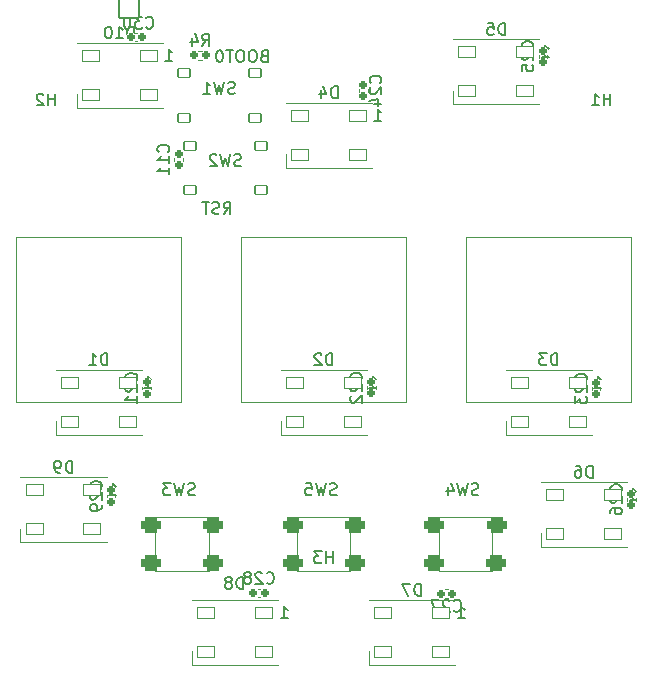
<source format=gbr>
%TF.GenerationSoftware,KiCad,Pcbnew,(7.0.0-0)*%
%TF.CreationDate,2023-04-23T13:28:51-05:00*%
%TF.ProjectId,STM32,53544d33-322e-46b6-9963-61645f706362,REV1*%
%TF.SameCoordinates,Original*%
%TF.FileFunction,Legend,Bot*%
%TF.FilePolarity,Positive*%
%FSLAX46Y46*%
G04 Gerber Fmt 4.6, Leading zero omitted, Abs format (unit mm)*
G04 Created by KiCad (PCBNEW (7.0.0-0)) date 2023-04-23 13:28:51*
%MOMM*%
%LPD*%
G01*
G04 APERTURE LIST*
G04 Aperture macros list*
%AMRoundRect*
0 Rectangle with rounded corners*
0 $1 Rounding radius*
0 $2 $3 $4 $5 $6 $7 $8 $9 X,Y pos of 4 corners*
0 Add a 4 corners polygon primitive as box body*
4,1,4,$2,$3,$4,$5,$6,$7,$8,$9,$2,$3,0*
0 Add four circle primitives for the rounded corners*
1,1,$1+$1,$2,$3*
1,1,$1+$1,$4,$5*
1,1,$1+$1,$6,$7*
1,1,$1+$1,$8,$9*
0 Add four rect primitives between the rounded corners*
20,1,$1+$1,$2,$3,$4,$5,0*
20,1,$1+$1,$4,$5,$6,$7,0*
20,1,$1+$1,$6,$7,$8,$9,0*
20,1,$1+$1,$8,$9,$2,$3,0*%
G04 Aperture macros list end*
%ADD10C,0.150000*%
%ADD11C,0.120000*%
%ADD12O,1.102000X1.902000*%
%ADD13O,1.102000X2.302000*%
%ADD14RoundRect,0.051000X0.850000X-0.850000X0.850000X0.850000X-0.850000X0.850000X-0.850000X-0.850000X0*%
%ADD15O,1.802000X1.802000*%
%ADD16RoundRect,0.351000X0.500000X0.300000X-0.500000X0.300000X-0.500000X-0.300000X0.500000X-0.300000X0*%
%ADD17RoundRect,0.051000X0.750000X0.450000X-0.750000X0.450000X-0.750000X-0.450000X0.750000X-0.450000X0*%
%ADD18RoundRect,0.191000X-0.170000X0.140000X-0.170000X-0.140000X0.170000X-0.140000X0.170000X0.140000X0*%
%ADD19C,4.402000*%
%ADD20RoundRect,0.191000X0.140000X0.170000X-0.140000X0.170000X-0.140000X-0.170000X0.140000X-0.170000X0*%
%ADD21RoundRect,0.051000X0.500000X0.375000X-0.500000X0.375000X-0.500000X-0.375000X0.500000X-0.375000X0*%
%ADD22C,1.802000*%
%ADD23C,6.502000*%
%ADD24RoundRect,0.186000X0.135000X0.185000X-0.135000X0.185000X-0.135000X-0.185000X0.135000X-0.185000X0*%
%ADD25RoundRect,0.191000X0.170000X-0.140000X0.170000X0.140000X-0.170000X0.140000X-0.170000X-0.140000X0*%
%ADD26RoundRect,0.191000X-0.140000X-0.170000X0.140000X-0.170000X0.140000X0.170000X-0.140000X0.170000X0*%
G04 APERTURE END LIST*
D10*
%TO.C,SW4*%
X13083332Y-14819761D02*
X12940475Y-14867380D01*
X12940475Y-14867380D02*
X12702380Y-14867380D01*
X12702380Y-14867380D02*
X12607142Y-14819761D01*
X12607142Y-14819761D02*
X12559523Y-14772142D01*
X12559523Y-14772142D02*
X12511904Y-14676904D01*
X12511904Y-14676904D02*
X12511904Y-14581666D01*
X12511904Y-14581666D02*
X12559523Y-14486428D01*
X12559523Y-14486428D02*
X12607142Y-14438809D01*
X12607142Y-14438809D02*
X12702380Y-14391190D01*
X12702380Y-14391190D02*
X12892856Y-14343571D01*
X12892856Y-14343571D02*
X12988094Y-14295952D01*
X12988094Y-14295952D02*
X13035713Y-14248333D01*
X13035713Y-14248333D02*
X13083332Y-14153095D01*
X13083332Y-14153095D02*
X13083332Y-14057857D01*
X13083332Y-14057857D02*
X13035713Y-13962619D01*
X13035713Y-13962619D02*
X12988094Y-13915000D01*
X12988094Y-13915000D02*
X12892856Y-13867380D01*
X12892856Y-13867380D02*
X12654761Y-13867380D01*
X12654761Y-13867380D02*
X12511904Y-13915000D01*
X12178570Y-13867380D02*
X11940475Y-14867380D01*
X11940475Y-14867380D02*
X11749999Y-14153095D01*
X11749999Y-14153095D02*
X11559523Y-14867380D01*
X11559523Y-14867380D02*
X11321428Y-13867380D01*
X10511904Y-14200714D02*
X10511904Y-14867380D01*
X10749999Y-13819761D02*
X10988094Y-14534047D01*
X10988094Y-14534047D02*
X10369047Y-14534047D01*
%TO.C,D10*%
X-16055715Y23802620D02*
X-16055715Y24802620D01*
X-16055715Y24802620D02*
X-16293810Y24802620D01*
X-16293810Y24802620D02*
X-16436667Y24755000D01*
X-16436667Y24755000D02*
X-16531905Y24659762D01*
X-16531905Y24659762D02*
X-16579524Y24564524D01*
X-16579524Y24564524D02*
X-16627143Y24374048D01*
X-16627143Y24374048D02*
X-16627143Y24231191D01*
X-16627143Y24231191D02*
X-16579524Y24040715D01*
X-16579524Y24040715D02*
X-16531905Y23945477D01*
X-16531905Y23945477D02*
X-16436667Y23850239D01*
X-16436667Y23850239D02*
X-16293810Y23802620D01*
X-16293810Y23802620D02*
X-16055715Y23802620D01*
X-17579524Y23802620D02*
X-17008096Y23802620D01*
X-17293810Y23802620D02*
X-17293810Y24802620D01*
X-17293810Y24802620D02*
X-17198572Y24659762D01*
X-17198572Y24659762D02*
X-17103334Y24564524D01*
X-17103334Y24564524D02*
X-17008096Y24516905D01*
X-18198572Y24802620D02*
X-18293810Y24802620D01*
X-18293810Y24802620D02*
X-18389048Y24755000D01*
X-18389048Y24755000D02*
X-18436667Y24707381D01*
X-18436667Y24707381D02*
X-18484286Y24612143D01*
X-18484286Y24612143D02*
X-18531905Y24421667D01*
X-18531905Y24421667D02*
X-18531905Y24183572D01*
X-18531905Y24183572D02*
X-18484286Y23993096D01*
X-18484286Y23993096D02*
X-18436667Y23897858D01*
X-18436667Y23897858D02*
X-18389048Y23850239D01*
X-18389048Y23850239D02*
X-18293810Y23802620D01*
X-18293810Y23802620D02*
X-18198572Y23802620D01*
X-18198572Y23802620D02*
X-18103334Y23850239D01*
X-18103334Y23850239D02*
X-18055715Y23897858D01*
X-18055715Y23897858D02*
X-18008096Y23993096D01*
X-18008096Y23993096D02*
X-17960477Y24183572D01*
X-17960477Y24183572D02*
X-17960477Y24421667D01*
X-17960477Y24421667D02*
X-18008096Y24612143D01*
X-18008096Y24612143D02*
X-18055715Y24707381D01*
X-18055715Y24707381D02*
X-18103334Y24755000D01*
X-18103334Y24755000D02*
X-18198572Y24802620D01*
X-13405715Y21902620D02*
X-12834287Y21902620D01*
X-13120001Y21902620D02*
X-13120001Y22902620D01*
X-13120001Y22902620D02*
X-13024763Y22759762D01*
X-13024763Y22759762D02*
X-12929525Y22664524D01*
X-12929525Y22664524D02*
X-12834287Y22616905D01*
%TO.C,C29*%
X-18887858Y-14307142D02*
X-18840239Y-14259523D01*
X-18840239Y-14259523D02*
X-18792620Y-14116666D01*
X-18792620Y-14116666D02*
X-18792620Y-14021428D01*
X-18792620Y-14021428D02*
X-18840239Y-13878571D01*
X-18840239Y-13878571D02*
X-18935477Y-13783333D01*
X-18935477Y-13783333D02*
X-19030715Y-13735714D01*
X-19030715Y-13735714D02*
X-19221191Y-13688095D01*
X-19221191Y-13688095D02*
X-19364048Y-13688095D01*
X-19364048Y-13688095D02*
X-19554524Y-13735714D01*
X-19554524Y-13735714D02*
X-19649762Y-13783333D01*
X-19649762Y-13783333D02*
X-19745000Y-13878571D01*
X-19745000Y-13878571D02*
X-19792620Y-14021428D01*
X-19792620Y-14021428D02*
X-19792620Y-14116666D01*
X-19792620Y-14116666D02*
X-19745000Y-14259523D01*
X-19745000Y-14259523D02*
X-19697381Y-14307142D01*
X-19697381Y-14688095D02*
X-19745000Y-14735714D01*
X-19745000Y-14735714D02*
X-19792620Y-14830952D01*
X-19792620Y-14830952D02*
X-19792620Y-15069047D01*
X-19792620Y-15069047D02*
X-19745000Y-15164285D01*
X-19745000Y-15164285D02*
X-19697381Y-15211904D01*
X-19697381Y-15211904D02*
X-19602143Y-15259523D01*
X-19602143Y-15259523D02*
X-19506905Y-15259523D01*
X-19506905Y-15259523D02*
X-19364048Y-15211904D01*
X-19364048Y-15211904D02*
X-18792620Y-14640476D01*
X-18792620Y-14640476D02*
X-18792620Y-15259523D01*
X-18792620Y-15735714D02*
X-18792620Y-15926190D01*
X-18792620Y-15926190D02*
X-18840239Y-16021428D01*
X-18840239Y-16021428D02*
X-18887858Y-16069047D01*
X-18887858Y-16069047D02*
X-19030715Y-16164285D01*
X-19030715Y-16164285D02*
X-19221191Y-16211904D01*
X-19221191Y-16211904D02*
X-19602143Y-16211904D01*
X-19602143Y-16211904D02*
X-19697381Y-16164285D01*
X-19697381Y-16164285D02*
X-19745000Y-16116666D01*
X-19745000Y-16116666D02*
X-19792620Y-16021428D01*
X-19792620Y-16021428D02*
X-19792620Y-15830952D01*
X-19792620Y-15830952D02*
X-19745000Y-15735714D01*
X-19745000Y-15735714D02*
X-19697381Y-15688095D01*
X-19697381Y-15688095D02*
X-19602143Y-15640476D01*
X-19602143Y-15640476D02*
X-19364048Y-15640476D01*
X-19364048Y-15640476D02*
X-19268810Y-15688095D01*
X-19268810Y-15688095D02*
X-19221191Y-15735714D01*
X-19221191Y-15735714D02*
X-19173572Y-15830952D01*
X-19173572Y-15830952D02*
X-19173572Y-16021428D01*
X-19173572Y-16021428D02*
X-19221191Y-16116666D01*
X-19221191Y-16116666D02*
X-19268810Y-16164285D01*
X-19268810Y-16164285D02*
X-19364048Y-16211904D01*
%TO.C,H3*%
X761904Y-20617380D02*
X761904Y-19617380D01*
X761904Y-20093571D02*
X190476Y-20093571D01*
X190476Y-20617380D02*
X190476Y-19617380D01*
X-190477Y-19617380D02*
X-809524Y-19617380D01*
X-809524Y-19617380D02*
X-476191Y-19998333D01*
X-476191Y-19998333D02*
X-619048Y-19998333D01*
X-619048Y-19998333D02*
X-714286Y-20045952D01*
X-714286Y-20045952D02*
X-761905Y-20093571D01*
X-761905Y-20093571D02*
X-809524Y-20188809D01*
X-809524Y-20188809D02*
X-809524Y-20426904D01*
X-809524Y-20426904D02*
X-761905Y-20522142D01*
X-761905Y-20522142D02*
X-714286Y-20569761D01*
X-714286Y-20569761D02*
X-619048Y-20617380D01*
X-619048Y-20617380D02*
X-333334Y-20617380D01*
X-333334Y-20617380D02*
X-238096Y-20569761D01*
X-238096Y-20569761D02*
X-190477Y-20522142D01*
%TO.C,C30*%
X-15037143Y24737858D02*
X-14989524Y24690239D01*
X-14989524Y24690239D02*
X-14846667Y24642620D01*
X-14846667Y24642620D02*
X-14751429Y24642620D01*
X-14751429Y24642620D02*
X-14608572Y24690239D01*
X-14608572Y24690239D02*
X-14513334Y24785477D01*
X-14513334Y24785477D02*
X-14465715Y24880715D01*
X-14465715Y24880715D02*
X-14418096Y25071191D01*
X-14418096Y25071191D02*
X-14418096Y25214048D01*
X-14418096Y25214048D02*
X-14465715Y25404524D01*
X-14465715Y25404524D02*
X-14513334Y25499762D01*
X-14513334Y25499762D02*
X-14608572Y25595000D01*
X-14608572Y25595000D02*
X-14751429Y25642620D01*
X-14751429Y25642620D02*
X-14846667Y25642620D01*
X-14846667Y25642620D02*
X-14989524Y25595000D01*
X-14989524Y25595000D02*
X-15037143Y25547381D01*
X-15370477Y25642620D02*
X-15989524Y25642620D01*
X-15989524Y25642620D02*
X-15656191Y25261667D01*
X-15656191Y25261667D02*
X-15799048Y25261667D01*
X-15799048Y25261667D02*
X-15894286Y25214048D01*
X-15894286Y25214048D02*
X-15941905Y25166429D01*
X-15941905Y25166429D02*
X-15989524Y25071191D01*
X-15989524Y25071191D02*
X-15989524Y24833096D01*
X-15989524Y24833096D02*
X-15941905Y24737858D01*
X-15941905Y24737858D02*
X-15894286Y24690239D01*
X-15894286Y24690239D02*
X-15799048Y24642620D01*
X-15799048Y24642620D02*
X-15513334Y24642620D01*
X-15513334Y24642620D02*
X-15418096Y24690239D01*
X-15418096Y24690239D02*
X-15370477Y24737858D01*
X-16608572Y25642620D02*
X-16703810Y25642620D01*
X-16703810Y25642620D02*
X-16799048Y25595000D01*
X-16799048Y25595000D02*
X-16846667Y25547381D01*
X-16846667Y25547381D02*
X-16894286Y25452143D01*
X-16894286Y25452143D02*
X-16941905Y25261667D01*
X-16941905Y25261667D02*
X-16941905Y25023572D01*
X-16941905Y25023572D02*
X-16894286Y24833096D01*
X-16894286Y24833096D02*
X-16846667Y24737858D01*
X-16846667Y24737858D02*
X-16799048Y24690239D01*
X-16799048Y24690239D02*
X-16703810Y24642620D01*
X-16703810Y24642620D02*
X-16608572Y24642620D01*
X-16608572Y24642620D02*
X-16513334Y24690239D01*
X-16513334Y24690239D02*
X-16465715Y24737858D01*
X-16465715Y24737858D02*
X-16418096Y24833096D01*
X-16418096Y24833096D02*
X-16370477Y25023572D01*
X-16370477Y25023572D02*
X-16370477Y25261667D01*
X-16370477Y25261667D02*
X-16418096Y25452143D01*
X-16418096Y25452143D02*
X-16465715Y25547381D01*
X-16465715Y25547381D02*
X-16513334Y25595000D01*
X-16513334Y25595000D02*
X-16608572Y25642620D01*
%TO.C,SW3*%
X-10916668Y-14819761D02*
X-11059525Y-14867380D01*
X-11059525Y-14867380D02*
X-11297620Y-14867380D01*
X-11297620Y-14867380D02*
X-11392858Y-14819761D01*
X-11392858Y-14819761D02*
X-11440477Y-14772142D01*
X-11440477Y-14772142D02*
X-11488096Y-14676904D01*
X-11488096Y-14676904D02*
X-11488096Y-14581666D01*
X-11488096Y-14581666D02*
X-11440477Y-14486428D01*
X-11440477Y-14486428D02*
X-11392858Y-14438809D01*
X-11392858Y-14438809D02*
X-11297620Y-14391190D01*
X-11297620Y-14391190D02*
X-11107144Y-14343571D01*
X-11107144Y-14343571D02*
X-11011906Y-14295952D01*
X-11011906Y-14295952D02*
X-10964287Y-14248333D01*
X-10964287Y-14248333D02*
X-10916668Y-14153095D01*
X-10916668Y-14153095D02*
X-10916668Y-14057857D01*
X-10916668Y-14057857D02*
X-10964287Y-13962619D01*
X-10964287Y-13962619D02*
X-11011906Y-13915000D01*
X-11011906Y-13915000D02*
X-11107144Y-13867380D01*
X-11107144Y-13867380D02*
X-11345239Y-13867380D01*
X-11345239Y-13867380D02*
X-11488096Y-13915000D01*
X-11821430Y-13867380D02*
X-12059525Y-14867380D01*
X-12059525Y-14867380D02*
X-12250001Y-14153095D01*
X-12250001Y-14153095D02*
X-12440477Y-14867380D01*
X-12440477Y-14867380D02*
X-12678572Y-13867380D01*
X-12964287Y-13867380D02*
X-13583334Y-13867380D01*
X-13583334Y-13867380D02*
X-13250001Y-14248333D01*
X-13250001Y-14248333D02*
X-13392858Y-14248333D01*
X-13392858Y-14248333D02*
X-13488096Y-14295952D01*
X-13488096Y-14295952D02*
X-13535715Y-14343571D01*
X-13535715Y-14343571D02*
X-13583334Y-14438809D01*
X-13583334Y-14438809D02*
X-13583334Y-14676904D01*
X-13583334Y-14676904D02*
X-13535715Y-14772142D01*
X-13535715Y-14772142D02*
X-13488096Y-14819761D01*
X-13488096Y-14819761D02*
X-13392858Y-14867380D01*
X-13392858Y-14867380D02*
X-13107144Y-14867380D01*
X-13107144Y-14867380D02*
X-13011906Y-14819761D01*
X-13011906Y-14819761D02*
X-12964287Y-14772142D01*
%TO.C,SW2*%
X-7006668Y13040239D02*
X-7149525Y12992620D01*
X-7149525Y12992620D02*
X-7387620Y12992620D01*
X-7387620Y12992620D02*
X-7482858Y13040239D01*
X-7482858Y13040239D02*
X-7530477Y13087858D01*
X-7530477Y13087858D02*
X-7578096Y13183096D01*
X-7578096Y13183096D02*
X-7578096Y13278334D01*
X-7578096Y13278334D02*
X-7530477Y13373572D01*
X-7530477Y13373572D02*
X-7482858Y13421191D01*
X-7482858Y13421191D02*
X-7387620Y13468810D01*
X-7387620Y13468810D02*
X-7197144Y13516429D01*
X-7197144Y13516429D02*
X-7101906Y13564048D01*
X-7101906Y13564048D02*
X-7054287Y13611667D01*
X-7054287Y13611667D02*
X-7006668Y13706905D01*
X-7006668Y13706905D02*
X-7006668Y13802143D01*
X-7006668Y13802143D02*
X-7054287Y13897381D01*
X-7054287Y13897381D02*
X-7101906Y13945000D01*
X-7101906Y13945000D02*
X-7197144Y13992620D01*
X-7197144Y13992620D02*
X-7435239Y13992620D01*
X-7435239Y13992620D02*
X-7578096Y13945000D01*
X-7911430Y13992620D02*
X-8149525Y12992620D01*
X-8149525Y12992620D02*
X-8340001Y13706905D01*
X-8340001Y13706905D02*
X-8530477Y12992620D01*
X-8530477Y12992620D02*
X-8768572Y13992620D01*
X-9101906Y13897381D02*
X-9149525Y13945000D01*
X-9149525Y13945000D02*
X-9244763Y13992620D01*
X-9244763Y13992620D02*
X-9482858Y13992620D01*
X-9482858Y13992620D02*
X-9578096Y13945000D01*
X-9578096Y13945000D02*
X-9625715Y13897381D01*
X-9625715Y13897381D02*
X-9673334Y13802143D01*
X-9673334Y13802143D02*
X-9673334Y13706905D01*
X-9673334Y13706905D02*
X-9625715Y13564048D01*
X-9625715Y13564048D02*
X-9054287Y12992620D01*
X-9054287Y12992620D02*
X-9673334Y12992620D01*
X-8472381Y8932620D02*
X-8139048Y9408810D01*
X-7900953Y8932620D02*
X-7900953Y9932620D01*
X-7900953Y9932620D02*
X-8281905Y9932620D01*
X-8281905Y9932620D02*
X-8377143Y9885000D01*
X-8377143Y9885000D02*
X-8424762Y9837381D01*
X-8424762Y9837381D02*
X-8472381Y9742143D01*
X-8472381Y9742143D02*
X-8472381Y9599286D01*
X-8472381Y9599286D02*
X-8424762Y9504048D01*
X-8424762Y9504048D02*
X-8377143Y9456429D01*
X-8377143Y9456429D02*
X-8281905Y9408810D01*
X-8281905Y9408810D02*
X-7900953Y9408810D01*
X-8853334Y8980239D02*
X-8996191Y8932620D01*
X-8996191Y8932620D02*
X-9234286Y8932620D01*
X-9234286Y8932620D02*
X-9329524Y8980239D01*
X-9329524Y8980239D02*
X-9377143Y9027858D01*
X-9377143Y9027858D02*
X-9424762Y9123096D01*
X-9424762Y9123096D02*
X-9424762Y9218334D01*
X-9424762Y9218334D02*
X-9377143Y9313572D01*
X-9377143Y9313572D02*
X-9329524Y9361191D01*
X-9329524Y9361191D02*
X-9234286Y9408810D01*
X-9234286Y9408810D02*
X-9043810Y9456429D01*
X-9043810Y9456429D02*
X-8948572Y9504048D01*
X-8948572Y9504048D02*
X-8900953Y9551667D01*
X-8900953Y9551667D02*
X-8853334Y9646905D01*
X-8853334Y9646905D02*
X-8853334Y9742143D01*
X-8853334Y9742143D02*
X-8900953Y9837381D01*
X-8900953Y9837381D02*
X-8948572Y9885000D01*
X-8948572Y9885000D02*
X-9043810Y9932620D01*
X-9043810Y9932620D02*
X-9281905Y9932620D01*
X-9281905Y9932620D02*
X-9424762Y9885000D01*
X-9710477Y9932620D02*
X-10281905Y9932620D01*
X-9996191Y8932620D02*
X-9996191Y9932620D01*
%TO.C,C23*%
X22182142Y-5187142D02*
X22229761Y-5139523D01*
X22229761Y-5139523D02*
X22277380Y-4996666D01*
X22277380Y-4996666D02*
X22277380Y-4901428D01*
X22277380Y-4901428D02*
X22229761Y-4758571D01*
X22229761Y-4758571D02*
X22134523Y-4663333D01*
X22134523Y-4663333D02*
X22039285Y-4615714D01*
X22039285Y-4615714D02*
X21848809Y-4568095D01*
X21848809Y-4568095D02*
X21705952Y-4568095D01*
X21705952Y-4568095D02*
X21515476Y-4615714D01*
X21515476Y-4615714D02*
X21420238Y-4663333D01*
X21420238Y-4663333D02*
X21325000Y-4758571D01*
X21325000Y-4758571D02*
X21277380Y-4901428D01*
X21277380Y-4901428D02*
X21277380Y-4996666D01*
X21277380Y-4996666D02*
X21325000Y-5139523D01*
X21325000Y-5139523D02*
X21372619Y-5187142D01*
X21372619Y-5568095D02*
X21325000Y-5615714D01*
X21325000Y-5615714D02*
X21277380Y-5710952D01*
X21277380Y-5710952D02*
X21277380Y-5949047D01*
X21277380Y-5949047D02*
X21325000Y-6044285D01*
X21325000Y-6044285D02*
X21372619Y-6091904D01*
X21372619Y-6091904D02*
X21467857Y-6139523D01*
X21467857Y-6139523D02*
X21563095Y-6139523D01*
X21563095Y-6139523D02*
X21705952Y-6091904D01*
X21705952Y-6091904D02*
X22277380Y-5520476D01*
X22277380Y-5520476D02*
X22277380Y-6139523D01*
X21277380Y-6472857D02*
X21277380Y-7091904D01*
X21277380Y-7091904D02*
X21658333Y-6758571D01*
X21658333Y-6758571D02*
X21658333Y-6901428D01*
X21658333Y-6901428D02*
X21705952Y-6996666D01*
X21705952Y-6996666D02*
X21753571Y-7044285D01*
X21753571Y-7044285D02*
X21848809Y-7091904D01*
X21848809Y-7091904D02*
X22086904Y-7091904D01*
X22086904Y-7091904D02*
X22182142Y-7044285D01*
X22182142Y-7044285D02*
X22229761Y-6996666D01*
X22229761Y-6996666D02*
X22277380Y-6901428D01*
X22277380Y-6901428D02*
X22277380Y-6615714D01*
X22277380Y-6615714D02*
X22229761Y-6520476D01*
X22229761Y-6520476D02*
X22182142Y-6472857D01*
%TO.C,D1*%
X-18311906Y-3867380D02*
X-18311906Y-2867380D01*
X-18311906Y-2867380D02*
X-18550001Y-2867380D01*
X-18550001Y-2867380D02*
X-18692858Y-2915000D01*
X-18692858Y-2915000D02*
X-18788096Y-3010238D01*
X-18788096Y-3010238D02*
X-18835715Y-3105476D01*
X-18835715Y-3105476D02*
X-18883334Y-3295952D01*
X-18883334Y-3295952D02*
X-18883334Y-3438809D01*
X-18883334Y-3438809D02*
X-18835715Y-3629285D01*
X-18835715Y-3629285D02*
X-18788096Y-3724523D01*
X-18788096Y-3724523D02*
X-18692858Y-3819761D01*
X-18692858Y-3819761D02*
X-18550001Y-3867380D01*
X-18550001Y-3867380D02*
X-18311906Y-3867380D01*
X-19835715Y-3867380D02*
X-19264287Y-3867380D01*
X-19550001Y-3867380D02*
X-19550001Y-2867380D01*
X-19550001Y-2867380D02*
X-19454763Y-3010238D01*
X-19454763Y-3010238D02*
X-19359525Y-3105476D01*
X-19359525Y-3105476D02*
X-19264287Y-3153095D01*
X-15185715Y-5767380D02*
X-14614287Y-5767380D01*
X-14900001Y-5767380D02*
X-14900001Y-4767380D01*
X-14900001Y-4767380D02*
X-14804763Y-4910238D01*
X-14804763Y-4910238D02*
X-14709525Y-5005476D01*
X-14709525Y-5005476D02*
X-14614287Y-5053095D01*
%TO.C,C21*%
X-15887858Y-5157142D02*
X-15840239Y-5109523D01*
X-15840239Y-5109523D02*
X-15792620Y-4966666D01*
X-15792620Y-4966666D02*
X-15792620Y-4871428D01*
X-15792620Y-4871428D02*
X-15840239Y-4728571D01*
X-15840239Y-4728571D02*
X-15935477Y-4633333D01*
X-15935477Y-4633333D02*
X-16030715Y-4585714D01*
X-16030715Y-4585714D02*
X-16221191Y-4538095D01*
X-16221191Y-4538095D02*
X-16364048Y-4538095D01*
X-16364048Y-4538095D02*
X-16554524Y-4585714D01*
X-16554524Y-4585714D02*
X-16649762Y-4633333D01*
X-16649762Y-4633333D02*
X-16745000Y-4728571D01*
X-16745000Y-4728571D02*
X-16792620Y-4871428D01*
X-16792620Y-4871428D02*
X-16792620Y-4966666D01*
X-16792620Y-4966666D02*
X-16745000Y-5109523D01*
X-16745000Y-5109523D02*
X-16697381Y-5157142D01*
X-16697381Y-5538095D02*
X-16745000Y-5585714D01*
X-16745000Y-5585714D02*
X-16792620Y-5680952D01*
X-16792620Y-5680952D02*
X-16792620Y-5919047D01*
X-16792620Y-5919047D02*
X-16745000Y-6014285D01*
X-16745000Y-6014285D02*
X-16697381Y-6061904D01*
X-16697381Y-6061904D02*
X-16602143Y-6109523D01*
X-16602143Y-6109523D02*
X-16506905Y-6109523D01*
X-16506905Y-6109523D02*
X-16364048Y-6061904D01*
X-16364048Y-6061904D02*
X-15792620Y-5490476D01*
X-15792620Y-5490476D02*
X-15792620Y-6109523D01*
X-15792620Y-7061904D02*
X-15792620Y-6490476D01*
X-15792620Y-6776190D02*
X-16792620Y-6776190D01*
X-16792620Y-6776190D02*
X-16649762Y-6680952D01*
X-16649762Y-6680952D02*
X-16554524Y-6585714D01*
X-16554524Y-6585714D02*
X-16506905Y-6490476D01*
%TO.C,C25*%
X17657142Y22927858D02*
X17704761Y22975477D01*
X17704761Y22975477D02*
X17752380Y23118334D01*
X17752380Y23118334D02*
X17752380Y23213572D01*
X17752380Y23213572D02*
X17704761Y23356429D01*
X17704761Y23356429D02*
X17609523Y23451667D01*
X17609523Y23451667D02*
X17514285Y23499286D01*
X17514285Y23499286D02*
X17323809Y23546905D01*
X17323809Y23546905D02*
X17180952Y23546905D01*
X17180952Y23546905D02*
X16990476Y23499286D01*
X16990476Y23499286D02*
X16895238Y23451667D01*
X16895238Y23451667D02*
X16800000Y23356429D01*
X16800000Y23356429D02*
X16752380Y23213572D01*
X16752380Y23213572D02*
X16752380Y23118334D01*
X16752380Y23118334D02*
X16800000Y22975477D01*
X16800000Y22975477D02*
X16847619Y22927858D01*
X16847619Y22546905D02*
X16800000Y22499286D01*
X16800000Y22499286D02*
X16752380Y22404048D01*
X16752380Y22404048D02*
X16752380Y22165953D01*
X16752380Y22165953D02*
X16800000Y22070715D01*
X16800000Y22070715D02*
X16847619Y22023096D01*
X16847619Y22023096D02*
X16942857Y21975477D01*
X16942857Y21975477D02*
X17038095Y21975477D01*
X17038095Y21975477D02*
X17180952Y22023096D01*
X17180952Y22023096D02*
X17752380Y22594524D01*
X17752380Y22594524D02*
X17752380Y21975477D01*
X16752380Y21070715D02*
X16752380Y21546905D01*
X16752380Y21546905D02*
X17228571Y21594524D01*
X17228571Y21594524D02*
X17180952Y21546905D01*
X17180952Y21546905D02*
X17133333Y21451667D01*
X17133333Y21451667D02*
X17133333Y21213572D01*
X17133333Y21213572D02*
X17180952Y21118334D01*
X17180952Y21118334D02*
X17228571Y21070715D01*
X17228571Y21070715D02*
X17323809Y21023096D01*
X17323809Y21023096D02*
X17561904Y21023096D01*
X17561904Y21023096D02*
X17657142Y21070715D01*
X17657142Y21070715D02*
X17704761Y21118334D01*
X17704761Y21118334D02*
X17752380Y21213572D01*
X17752380Y21213572D02*
X17752380Y21451667D01*
X17752380Y21451667D02*
X17704761Y21546905D01*
X17704761Y21546905D02*
X17657142Y21594524D01*
%TO.C,SW1*%
X-7516668Y19160239D02*
X-7659525Y19112620D01*
X-7659525Y19112620D02*
X-7897620Y19112620D01*
X-7897620Y19112620D02*
X-7992858Y19160239D01*
X-7992858Y19160239D02*
X-8040477Y19207858D01*
X-8040477Y19207858D02*
X-8088096Y19303096D01*
X-8088096Y19303096D02*
X-8088096Y19398334D01*
X-8088096Y19398334D02*
X-8040477Y19493572D01*
X-8040477Y19493572D02*
X-7992858Y19541191D01*
X-7992858Y19541191D02*
X-7897620Y19588810D01*
X-7897620Y19588810D02*
X-7707144Y19636429D01*
X-7707144Y19636429D02*
X-7611906Y19684048D01*
X-7611906Y19684048D02*
X-7564287Y19731667D01*
X-7564287Y19731667D02*
X-7516668Y19826905D01*
X-7516668Y19826905D02*
X-7516668Y19922143D01*
X-7516668Y19922143D02*
X-7564287Y20017381D01*
X-7564287Y20017381D02*
X-7611906Y20065000D01*
X-7611906Y20065000D02*
X-7707144Y20112620D01*
X-7707144Y20112620D02*
X-7945239Y20112620D01*
X-7945239Y20112620D02*
X-8088096Y20065000D01*
X-8421430Y20112620D02*
X-8659525Y19112620D01*
X-8659525Y19112620D02*
X-8850001Y19826905D01*
X-8850001Y19826905D02*
X-9040477Y19112620D01*
X-9040477Y19112620D02*
X-9278572Y20112620D01*
X-10183334Y19112620D02*
X-9611906Y19112620D01*
X-9897620Y19112620D02*
X-9897620Y20112620D01*
X-9897620Y20112620D02*
X-9802382Y19969762D01*
X-9802382Y19969762D02*
X-9707144Y19874524D01*
X-9707144Y19874524D02*
X-9611906Y19826905D01*
X-5066667Y22326429D02*
X-5209524Y22278810D01*
X-5209524Y22278810D02*
X-5257143Y22231191D01*
X-5257143Y22231191D02*
X-5304762Y22135953D01*
X-5304762Y22135953D02*
X-5304762Y21993096D01*
X-5304762Y21993096D02*
X-5257143Y21897858D01*
X-5257143Y21897858D02*
X-5209524Y21850239D01*
X-5209524Y21850239D02*
X-5114286Y21802620D01*
X-5114286Y21802620D02*
X-4733334Y21802620D01*
X-4733334Y21802620D02*
X-4733334Y22802620D01*
X-4733334Y22802620D02*
X-5066667Y22802620D01*
X-5066667Y22802620D02*
X-5161905Y22755000D01*
X-5161905Y22755000D02*
X-5209524Y22707381D01*
X-5209524Y22707381D02*
X-5257143Y22612143D01*
X-5257143Y22612143D02*
X-5257143Y22516905D01*
X-5257143Y22516905D02*
X-5209524Y22421667D01*
X-5209524Y22421667D02*
X-5161905Y22374048D01*
X-5161905Y22374048D02*
X-5066667Y22326429D01*
X-5066667Y22326429D02*
X-4733334Y22326429D01*
X-5923810Y22802620D02*
X-6114286Y22802620D01*
X-6114286Y22802620D02*
X-6209524Y22755000D01*
X-6209524Y22755000D02*
X-6304762Y22659762D01*
X-6304762Y22659762D02*
X-6352381Y22469286D01*
X-6352381Y22469286D02*
X-6352381Y22135953D01*
X-6352381Y22135953D02*
X-6304762Y21945477D01*
X-6304762Y21945477D02*
X-6209524Y21850239D01*
X-6209524Y21850239D02*
X-6114286Y21802620D01*
X-6114286Y21802620D02*
X-5923810Y21802620D01*
X-5923810Y21802620D02*
X-5828572Y21850239D01*
X-5828572Y21850239D02*
X-5733334Y21945477D01*
X-5733334Y21945477D02*
X-5685715Y22135953D01*
X-5685715Y22135953D02*
X-5685715Y22469286D01*
X-5685715Y22469286D02*
X-5733334Y22659762D01*
X-5733334Y22659762D02*
X-5828572Y22755000D01*
X-5828572Y22755000D02*
X-5923810Y22802620D01*
X-6971429Y22802620D02*
X-7161905Y22802620D01*
X-7161905Y22802620D02*
X-7257143Y22755000D01*
X-7257143Y22755000D02*
X-7352381Y22659762D01*
X-7352381Y22659762D02*
X-7400000Y22469286D01*
X-7400000Y22469286D02*
X-7400000Y22135953D01*
X-7400000Y22135953D02*
X-7352381Y21945477D01*
X-7352381Y21945477D02*
X-7257143Y21850239D01*
X-7257143Y21850239D02*
X-7161905Y21802620D01*
X-7161905Y21802620D02*
X-6971429Y21802620D01*
X-6971429Y21802620D02*
X-6876191Y21850239D01*
X-6876191Y21850239D02*
X-6780953Y21945477D01*
X-6780953Y21945477D02*
X-6733334Y22135953D01*
X-6733334Y22135953D02*
X-6733334Y22469286D01*
X-6733334Y22469286D02*
X-6780953Y22659762D01*
X-6780953Y22659762D02*
X-6876191Y22755000D01*
X-6876191Y22755000D02*
X-6971429Y22802620D01*
X-7685715Y22802620D02*
X-8257143Y22802620D01*
X-7971429Y21802620D02*
X-7971429Y22802620D01*
X-8780953Y22802620D02*
X-8876191Y22802620D01*
X-8876191Y22802620D02*
X-8971429Y22755000D01*
X-8971429Y22755000D02*
X-9019048Y22707381D01*
X-9019048Y22707381D02*
X-9066667Y22612143D01*
X-9066667Y22612143D02*
X-9114286Y22421667D01*
X-9114286Y22421667D02*
X-9114286Y22183572D01*
X-9114286Y22183572D02*
X-9066667Y21993096D01*
X-9066667Y21993096D02*
X-9019048Y21897858D01*
X-9019048Y21897858D02*
X-8971429Y21850239D01*
X-8971429Y21850239D02*
X-8876191Y21802620D01*
X-8876191Y21802620D02*
X-8780953Y21802620D01*
X-8780953Y21802620D02*
X-8685715Y21850239D01*
X-8685715Y21850239D02*
X-8638096Y21897858D01*
X-8638096Y21897858D02*
X-8590477Y21993096D01*
X-8590477Y21993096D02*
X-8542858Y22183572D01*
X-8542858Y22183572D02*
X-8542858Y22421667D01*
X-8542858Y22421667D02*
X-8590477Y22612143D01*
X-8590477Y22612143D02*
X-8638096Y22707381D01*
X-8638096Y22707381D02*
X-8685715Y22755000D01*
X-8685715Y22755000D02*
X-8780953Y22802620D01*
%TO.C,H2*%
X-22738096Y18132620D02*
X-22738096Y19132620D01*
X-22738096Y18656429D02*
X-23309524Y18656429D01*
X-23309524Y18132620D02*
X-23309524Y19132620D01*
X-23738096Y19037381D02*
X-23785715Y19085000D01*
X-23785715Y19085000D02*
X-23880953Y19132620D01*
X-23880953Y19132620D02*
X-24119048Y19132620D01*
X-24119048Y19132620D02*
X-24214286Y19085000D01*
X-24214286Y19085000D02*
X-24261905Y19037381D01*
X-24261905Y19037381D02*
X-24309524Y18942143D01*
X-24309524Y18942143D02*
X-24309524Y18846905D01*
X-24309524Y18846905D02*
X-24261905Y18704048D01*
X-24261905Y18704048D02*
X-23690477Y18132620D01*
X-23690477Y18132620D02*
X-24309524Y18132620D01*
%TO.C,C22*%
X3142142Y-5127142D02*
X3189761Y-5079523D01*
X3189761Y-5079523D02*
X3237380Y-4936666D01*
X3237380Y-4936666D02*
X3237380Y-4841428D01*
X3237380Y-4841428D02*
X3189761Y-4698571D01*
X3189761Y-4698571D02*
X3094523Y-4603333D01*
X3094523Y-4603333D02*
X2999285Y-4555714D01*
X2999285Y-4555714D02*
X2808809Y-4508095D01*
X2808809Y-4508095D02*
X2665952Y-4508095D01*
X2665952Y-4508095D02*
X2475476Y-4555714D01*
X2475476Y-4555714D02*
X2380238Y-4603333D01*
X2380238Y-4603333D02*
X2285000Y-4698571D01*
X2285000Y-4698571D02*
X2237380Y-4841428D01*
X2237380Y-4841428D02*
X2237380Y-4936666D01*
X2237380Y-4936666D02*
X2285000Y-5079523D01*
X2285000Y-5079523D02*
X2332619Y-5127142D01*
X2332619Y-5508095D02*
X2285000Y-5555714D01*
X2285000Y-5555714D02*
X2237380Y-5650952D01*
X2237380Y-5650952D02*
X2237380Y-5889047D01*
X2237380Y-5889047D02*
X2285000Y-5984285D01*
X2285000Y-5984285D02*
X2332619Y-6031904D01*
X2332619Y-6031904D02*
X2427857Y-6079523D01*
X2427857Y-6079523D02*
X2523095Y-6079523D01*
X2523095Y-6079523D02*
X2665952Y-6031904D01*
X2665952Y-6031904D02*
X3237380Y-5460476D01*
X3237380Y-5460476D02*
X3237380Y-6079523D01*
X2332619Y-6460476D02*
X2285000Y-6508095D01*
X2285000Y-6508095D02*
X2237380Y-6603333D01*
X2237380Y-6603333D02*
X2237380Y-6841428D01*
X2237380Y-6841428D02*
X2285000Y-6936666D01*
X2285000Y-6936666D02*
X2332619Y-6984285D01*
X2332619Y-6984285D02*
X2427857Y-7031904D01*
X2427857Y-7031904D02*
X2523095Y-7031904D01*
X2523095Y-7031904D02*
X2665952Y-6984285D01*
X2665952Y-6984285D02*
X3237380Y-6412857D01*
X3237380Y-6412857D02*
X3237380Y-7031904D01*
%TO.C,C28*%
X-4847143Y-22282142D02*
X-4799524Y-22329761D01*
X-4799524Y-22329761D02*
X-4656667Y-22377380D01*
X-4656667Y-22377380D02*
X-4561429Y-22377380D01*
X-4561429Y-22377380D02*
X-4418572Y-22329761D01*
X-4418572Y-22329761D02*
X-4323334Y-22234523D01*
X-4323334Y-22234523D02*
X-4275715Y-22139285D01*
X-4275715Y-22139285D02*
X-4228096Y-21948809D01*
X-4228096Y-21948809D02*
X-4228096Y-21805952D01*
X-4228096Y-21805952D02*
X-4275715Y-21615476D01*
X-4275715Y-21615476D02*
X-4323334Y-21520238D01*
X-4323334Y-21520238D02*
X-4418572Y-21425000D01*
X-4418572Y-21425000D02*
X-4561429Y-21377380D01*
X-4561429Y-21377380D02*
X-4656667Y-21377380D01*
X-4656667Y-21377380D02*
X-4799524Y-21425000D01*
X-4799524Y-21425000D02*
X-4847143Y-21472619D01*
X-5228096Y-21472619D02*
X-5275715Y-21425000D01*
X-5275715Y-21425000D02*
X-5370953Y-21377380D01*
X-5370953Y-21377380D02*
X-5609048Y-21377380D01*
X-5609048Y-21377380D02*
X-5704286Y-21425000D01*
X-5704286Y-21425000D02*
X-5751905Y-21472619D01*
X-5751905Y-21472619D02*
X-5799524Y-21567857D01*
X-5799524Y-21567857D02*
X-5799524Y-21663095D01*
X-5799524Y-21663095D02*
X-5751905Y-21805952D01*
X-5751905Y-21805952D02*
X-5180477Y-22377380D01*
X-5180477Y-22377380D02*
X-5799524Y-22377380D01*
X-6370953Y-21805952D02*
X-6275715Y-21758333D01*
X-6275715Y-21758333D02*
X-6228096Y-21710714D01*
X-6228096Y-21710714D02*
X-6180477Y-21615476D01*
X-6180477Y-21615476D02*
X-6180477Y-21567857D01*
X-6180477Y-21567857D02*
X-6228096Y-21472619D01*
X-6228096Y-21472619D02*
X-6275715Y-21425000D01*
X-6275715Y-21425000D02*
X-6370953Y-21377380D01*
X-6370953Y-21377380D02*
X-6561429Y-21377380D01*
X-6561429Y-21377380D02*
X-6656667Y-21425000D01*
X-6656667Y-21425000D02*
X-6704286Y-21472619D01*
X-6704286Y-21472619D02*
X-6751905Y-21567857D01*
X-6751905Y-21567857D02*
X-6751905Y-21615476D01*
X-6751905Y-21615476D02*
X-6704286Y-21710714D01*
X-6704286Y-21710714D02*
X-6656667Y-21758333D01*
X-6656667Y-21758333D02*
X-6561429Y-21805952D01*
X-6561429Y-21805952D02*
X-6370953Y-21805952D01*
X-6370953Y-21805952D02*
X-6275715Y-21853571D01*
X-6275715Y-21853571D02*
X-6228096Y-21901190D01*
X-6228096Y-21901190D02*
X-6180477Y-21996428D01*
X-6180477Y-21996428D02*
X-6180477Y-22186904D01*
X-6180477Y-22186904D02*
X-6228096Y-22282142D01*
X-6228096Y-22282142D02*
X-6275715Y-22329761D01*
X-6275715Y-22329761D02*
X-6370953Y-22377380D01*
X-6370953Y-22377380D02*
X-6561429Y-22377380D01*
X-6561429Y-22377380D02*
X-6656667Y-22329761D01*
X-6656667Y-22329761D02*
X-6704286Y-22282142D01*
X-6704286Y-22282142D02*
X-6751905Y-22186904D01*
X-6751905Y-22186904D02*
X-6751905Y-21996428D01*
X-6751905Y-21996428D02*
X-6704286Y-21901190D01*
X-6704286Y-21901190D02*
X-6656667Y-21853571D01*
X-6656667Y-21853571D02*
X-6561429Y-21805952D01*
%TO.C,D3*%
X19788094Y-3867380D02*
X19788094Y-2867380D01*
X19788094Y-2867380D02*
X19549999Y-2867380D01*
X19549999Y-2867380D02*
X19407142Y-2915000D01*
X19407142Y-2915000D02*
X19311904Y-3010238D01*
X19311904Y-3010238D02*
X19264285Y-3105476D01*
X19264285Y-3105476D02*
X19216666Y-3295952D01*
X19216666Y-3295952D02*
X19216666Y-3438809D01*
X19216666Y-3438809D02*
X19264285Y-3629285D01*
X19264285Y-3629285D02*
X19311904Y-3724523D01*
X19311904Y-3724523D02*
X19407142Y-3819761D01*
X19407142Y-3819761D02*
X19549999Y-3867380D01*
X19549999Y-3867380D02*
X19788094Y-3867380D01*
X18883332Y-2867380D02*
X18264285Y-2867380D01*
X18264285Y-2867380D02*
X18597618Y-3248333D01*
X18597618Y-3248333D02*
X18454761Y-3248333D01*
X18454761Y-3248333D02*
X18359523Y-3295952D01*
X18359523Y-3295952D02*
X18311904Y-3343571D01*
X18311904Y-3343571D02*
X18264285Y-3438809D01*
X18264285Y-3438809D02*
X18264285Y-3676904D01*
X18264285Y-3676904D02*
X18311904Y-3772142D01*
X18311904Y-3772142D02*
X18359523Y-3819761D01*
X18359523Y-3819761D02*
X18454761Y-3867380D01*
X18454761Y-3867380D02*
X18740475Y-3867380D01*
X18740475Y-3867380D02*
X18835713Y-3819761D01*
X18835713Y-3819761D02*
X18883332Y-3772142D01*
X22914285Y-5767380D02*
X23485713Y-5767380D01*
X23199999Y-5767380D02*
X23199999Y-4767380D01*
X23199999Y-4767380D02*
X23295237Y-4910238D01*
X23295237Y-4910238D02*
X23390475Y-5005476D01*
X23390475Y-5005476D02*
X23485713Y-5053095D01*
%TO.C,R4*%
X-10308334Y23177620D02*
X-9975001Y23653810D01*
X-9736906Y23177620D02*
X-9736906Y24177620D01*
X-9736906Y24177620D02*
X-10117858Y24177620D01*
X-10117858Y24177620D02*
X-10213096Y24130000D01*
X-10213096Y24130000D02*
X-10260715Y24082381D01*
X-10260715Y24082381D02*
X-10308334Y23987143D01*
X-10308334Y23987143D02*
X-10308334Y23844286D01*
X-10308334Y23844286D02*
X-10260715Y23749048D01*
X-10260715Y23749048D02*
X-10213096Y23701429D01*
X-10213096Y23701429D02*
X-10117858Y23653810D01*
X-10117858Y23653810D02*
X-9736906Y23653810D01*
X-11165477Y23844286D02*
X-11165477Y23177620D01*
X-10927382Y24225239D02*
X-10689287Y23510953D01*
X-10689287Y23510953D02*
X-11308334Y23510953D01*
%TO.C,H1*%
X24261904Y18132620D02*
X24261904Y19132620D01*
X24261904Y18656429D02*
X23690476Y18656429D01*
X23690476Y18132620D02*
X23690476Y19132620D01*
X22690476Y18132620D02*
X23261904Y18132620D01*
X22976190Y18132620D02*
X22976190Y19132620D01*
X22976190Y19132620D02*
X23071428Y18989762D01*
X23071428Y18989762D02*
X23166666Y18894524D01*
X23166666Y18894524D02*
X23261904Y18846905D01*
%TO.C,D2*%
X738094Y-3867380D02*
X738094Y-2867380D01*
X738094Y-2867380D02*
X499999Y-2867380D01*
X499999Y-2867380D02*
X357142Y-2915000D01*
X357142Y-2915000D02*
X261904Y-3010238D01*
X261904Y-3010238D02*
X214285Y-3105476D01*
X214285Y-3105476D02*
X166666Y-3295952D01*
X166666Y-3295952D02*
X166666Y-3438809D01*
X166666Y-3438809D02*
X214285Y-3629285D01*
X214285Y-3629285D02*
X261904Y-3724523D01*
X261904Y-3724523D02*
X357142Y-3819761D01*
X357142Y-3819761D02*
X499999Y-3867380D01*
X499999Y-3867380D02*
X738094Y-3867380D01*
X-214287Y-2962619D02*
X-261906Y-2915000D01*
X-261906Y-2915000D02*
X-357144Y-2867380D01*
X-357144Y-2867380D02*
X-595239Y-2867380D01*
X-595239Y-2867380D02*
X-690477Y-2915000D01*
X-690477Y-2915000D02*
X-738096Y-2962619D01*
X-738096Y-2962619D02*
X-785715Y-3057857D01*
X-785715Y-3057857D02*
X-785715Y-3153095D01*
X-785715Y-3153095D02*
X-738096Y-3295952D01*
X-738096Y-3295952D02*
X-166668Y-3867380D01*
X-166668Y-3867380D02*
X-785715Y-3867380D01*
X3864285Y-5767380D02*
X4435713Y-5767380D01*
X4149999Y-5767380D02*
X4149999Y-4767380D01*
X4149999Y-4767380D02*
X4245237Y-4910238D01*
X4245237Y-4910238D02*
X4340475Y-5005476D01*
X4340475Y-5005476D02*
X4435713Y-5053095D01*
%TO.C,C26*%
X25157142Y-14582142D02*
X25204761Y-14534523D01*
X25204761Y-14534523D02*
X25252380Y-14391666D01*
X25252380Y-14391666D02*
X25252380Y-14296428D01*
X25252380Y-14296428D02*
X25204761Y-14153571D01*
X25204761Y-14153571D02*
X25109523Y-14058333D01*
X25109523Y-14058333D02*
X25014285Y-14010714D01*
X25014285Y-14010714D02*
X24823809Y-13963095D01*
X24823809Y-13963095D02*
X24680952Y-13963095D01*
X24680952Y-13963095D02*
X24490476Y-14010714D01*
X24490476Y-14010714D02*
X24395238Y-14058333D01*
X24395238Y-14058333D02*
X24300000Y-14153571D01*
X24300000Y-14153571D02*
X24252380Y-14296428D01*
X24252380Y-14296428D02*
X24252380Y-14391666D01*
X24252380Y-14391666D02*
X24300000Y-14534523D01*
X24300000Y-14534523D02*
X24347619Y-14582142D01*
X24347619Y-14963095D02*
X24300000Y-15010714D01*
X24300000Y-15010714D02*
X24252380Y-15105952D01*
X24252380Y-15105952D02*
X24252380Y-15344047D01*
X24252380Y-15344047D02*
X24300000Y-15439285D01*
X24300000Y-15439285D02*
X24347619Y-15486904D01*
X24347619Y-15486904D02*
X24442857Y-15534523D01*
X24442857Y-15534523D02*
X24538095Y-15534523D01*
X24538095Y-15534523D02*
X24680952Y-15486904D01*
X24680952Y-15486904D02*
X25252380Y-14915476D01*
X25252380Y-14915476D02*
X25252380Y-15534523D01*
X24252380Y-16391666D02*
X24252380Y-16201190D01*
X24252380Y-16201190D02*
X24300000Y-16105952D01*
X24300000Y-16105952D02*
X24347619Y-16058333D01*
X24347619Y-16058333D02*
X24490476Y-15963095D01*
X24490476Y-15963095D02*
X24680952Y-15915476D01*
X24680952Y-15915476D02*
X25061904Y-15915476D01*
X25061904Y-15915476D02*
X25157142Y-15963095D01*
X25157142Y-15963095D02*
X25204761Y-16010714D01*
X25204761Y-16010714D02*
X25252380Y-16105952D01*
X25252380Y-16105952D02*
X25252380Y-16296428D01*
X25252380Y-16296428D02*
X25204761Y-16391666D01*
X25204761Y-16391666D02*
X25157142Y-16439285D01*
X25157142Y-16439285D02*
X25061904Y-16486904D01*
X25061904Y-16486904D02*
X24823809Y-16486904D01*
X24823809Y-16486904D02*
X24728571Y-16439285D01*
X24728571Y-16439285D02*
X24680952Y-16391666D01*
X24680952Y-16391666D02*
X24633333Y-16296428D01*
X24633333Y-16296428D02*
X24633333Y-16105952D01*
X24633333Y-16105952D02*
X24680952Y-16010714D01*
X24680952Y-16010714D02*
X24728571Y-15963095D01*
X24728571Y-15963095D02*
X24823809Y-15915476D01*
%TO.C,SW5*%
X1083332Y-14819761D02*
X940475Y-14867380D01*
X940475Y-14867380D02*
X702380Y-14867380D01*
X702380Y-14867380D02*
X607142Y-14819761D01*
X607142Y-14819761D02*
X559523Y-14772142D01*
X559523Y-14772142D02*
X511904Y-14676904D01*
X511904Y-14676904D02*
X511904Y-14581666D01*
X511904Y-14581666D02*
X559523Y-14486428D01*
X559523Y-14486428D02*
X607142Y-14438809D01*
X607142Y-14438809D02*
X702380Y-14391190D01*
X702380Y-14391190D02*
X892856Y-14343571D01*
X892856Y-14343571D02*
X988094Y-14295952D01*
X988094Y-14295952D02*
X1035713Y-14248333D01*
X1035713Y-14248333D02*
X1083332Y-14153095D01*
X1083332Y-14153095D02*
X1083332Y-14057857D01*
X1083332Y-14057857D02*
X1035713Y-13962619D01*
X1035713Y-13962619D02*
X988094Y-13915000D01*
X988094Y-13915000D02*
X892856Y-13867380D01*
X892856Y-13867380D02*
X654761Y-13867380D01*
X654761Y-13867380D02*
X511904Y-13915000D01*
X178570Y-13867380D02*
X-59525Y-14867380D01*
X-59525Y-14867380D02*
X-250001Y-14153095D01*
X-250001Y-14153095D02*
X-440477Y-14867380D01*
X-440477Y-14867380D02*
X-678572Y-13867380D01*
X-1535715Y-13867380D02*
X-1059525Y-13867380D01*
X-1059525Y-13867380D02*
X-1011906Y-14343571D01*
X-1011906Y-14343571D02*
X-1059525Y-14295952D01*
X-1059525Y-14295952D02*
X-1154763Y-14248333D01*
X-1154763Y-14248333D02*
X-1392858Y-14248333D01*
X-1392858Y-14248333D02*
X-1488096Y-14295952D01*
X-1488096Y-14295952D02*
X-1535715Y-14343571D01*
X-1535715Y-14343571D02*
X-1583334Y-14438809D01*
X-1583334Y-14438809D02*
X-1583334Y-14676904D01*
X-1583334Y-14676904D02*
X-1535715Y-14772142D01*
X-1535715Y-14772142D02*
X-1488096Y-14819761D01*
X-1488096Y-14819761D02*
X-1392858Y-14867380D01*
X-1392858Y-14867380D02*
X-1154763Y-14867380D01*
X-1154763Y-14867380D02*
X-1059525Y-14819761D01*
X-1059525Y-14819761D02*
X-1011906Y-14772142D01*
%TO.C,D4*%
X1168094Y18742620D02*
X1168094Y19742620D01*
X1168094Y19742620D02*
X929999Y19742620D01*
X929999Y19742620D02*
X787142Y19695000D01*
X787142Y19695000D02*
X691904Y19599762D01*
X691904Y19599762D02*
X644285Y19504524D01*
X644285Y19504524D02*
X596666Y19314048D01*
X596666Y19314048D02*
X596666Y19171191D01*
X596666Y19171191D02*
X644285Y18980715D01*
X644285Y18980715D02*
X691904Y18885477D01*
X691904Y18885477D02*
X787142Y18790239D01*
X787142Y18790239D02*
X929999Y18742620D01*
X929999Y18742620D02*
X1168094Y18742620D01*
X-260477Y19409286D02*
X-260477Y18742620D01*
X-22382Y19790239D02*
X215713Y19075953D01*
X215713Y19075953D02*
X-403334Y19075953D01*
X4294285Y16842620D02*
X4865713Y16842620D01*
X4579999Y16842620D02*
X4579999Y17842620D01*
X4579999Y17842620D02*
X4675237Y17699762D01*
X4675237Y17699762D02*
X4770475Y17604524D01*
X4770475Y17604524D02*
X4865713Y17556905D01*
%TO.C,C24*%
X4792142Y20042858D02*
X4839761Y20090477D01*
X4839761Y20090477D02*
X4887380Y20233334D01*
X4887380Y20233334D02*
X4887380Y20328572D01*
X4887380Y20328572D02*
X4839761Y20471429D01*
X4839761Y20471429D02*
X4744523Y20566667D01*
X4744523Y20566667D02*
X4649285Y20614286D01*
X4649285Y20614286D02*
X4458809Y20661905D01*
X4458809Y20661905D02*
X4315952Y20661905D01*
X4315952Y20661905D02*
X4125476Y20614286D01*
X4125476Y20614286D02*
X4030238Y20566667D01*
X4030238Y20566667D02*
X3935000Y20471429D01*
X3935000Y20471429D02*
X3887380Y20328572D01*
X3887380Y20328572D02*
X3887380Y20233334D01*
X3887380Y20233334D02*
X3935000Y20090477D01*
X3935000Y20090477D02*
X3982619Y20042858D01*
X3982619Y19661905D02*
X3935000Y19614286D01*
X3935000Y19614286D02*
X3887380Y19519048D01*
X3887380Y19519048D02*
X3887380Y19280953D01*
X3887380Y19280953D02*
X3935000Y19185715D01*
X3935000Y19185715D02*
X3982619Y19138096D01*
X3982619Y19138096D02*
X4077857Y19090477D01*
X4077857Y19090477D02*
X4173095Y19090477D01*
X4173095Y19090477D02*
X4315952Y19138096D01*
X4315952Y19138096D02*
X4887380Y19709524D01*
X4887380Y19709524D02*
X4887380Y19090477D01*
X4220714Y18233334D02*
X4887380Y18233334D01*
X3839761Y18471429D02*
X4554047Y18709524D01*
X4554047Y18709524D02*
X4554047Y18090477D01*
%TO.C,C11*%
X-13177858Y14192858D02*
X-13130239Y14240477D01*
X-13130239Y14240477D02*
X-13082620Y14383334D01*
X-13082620Y14383334D02*
X-13082620Y14478572D01*
X-13082620Y14478572D02*
X-13130239Y14621429D01*
X-13130239Y14621429D02*
X-13225477Y14716667D01*
X-13225477Y14716667D02*
X-13320715Y14764286D01*
X-13320715Y14764286D02*
X-13511191Y14811905D01*
X-13511191Y14811905D02*
X-13654048Y14811905D01*
X-13654048Y14811905D02*
X-13844524Y14764286D01*
X-13844524Y14764286D02*
X-13939762Y14716667D01*
X-13939762Y14716667D02*
X-14035000Y14621429D01*
X-14035000Y14621429D02*
X-14082620Y14478572D01*
X-14082620Y14478572D02*
X-14082620Y14383334D01*
X-14082620Y14383334D02*
X-14035000Y14240477D01*
X-14035000Y14240477D02*
X-13987381Y14192858D01*
X-13082620Y13240477D02*
X-13082620Y13811905D01*
X-13082620Y13526191D02*
X-14082620Y13526191D01*
X-14082620Y13526191D02*
X-13939762Y13621429D01*
X-13939762Y13621429D02*
X-13844524Y13716667D01*
X-13844524Y13716667D02*
X-13796905Y13811905D01*
X-13082620Y12288096D02*
X-13082620Y12859524D01*
X-13082620Y12573810D02*
X-14082620Y12573810D01*
X-14082620Y12573810D02*
X-13939762Y12669048D01*
X-13939762Y12669048D02*
X-13844524Y12764286D01*
X-13844524Y12764286D02*
X-13796905Y12859524D01*
%TO.C,D8*%
X-6831906Y-22816666D02*
X-6831906Y-21816666D01*
X-6831906Y-21816666D02*
X-7070001Y-21816666D01*
X-7070001Y-21816666D02*
X-7212858Y-21864286D01*
X-7212858Y-21864286D02*
X-7308096Y-21959524D01*
X-7308096Y-21959524D02*
X-7355715Y-22054762D01*
X-7355715Y-22054762D02*
X-7403334Y-22245238D01*
X-7403334Y-22245238D02*
X-7403334Y-22388095D01*
X-7403334Y-22388095D02*
X-7355715Y-22578571D01*
X-7355715Y-22578571D02*
X-7308096Y-22673809D01*
X-7308096Y-22673809D02*
X-7212858Y-22769047D01*
X-7212858Y-22769047D02*
X-7070001Y-22816666D01*
X-7070001Y-22816666D02*
X-6831906Y-22816666D01*
X-7974763Y-22245238D02*
X-7879525Y-22197619D01*
X-7879525Y-22197619D02*
X-7831906Y-22150000D01*
X-7831906Y-22150000D02*
X-7784287Y-22054762D01*
X-7784287Y-22054762D02*
X-7784287Y-22007143D01*
X-7784287Y-22007143D02*
X-7831906Y-21911905D01*
X-7831906Y-21911905D02*
X-7879525Y-21864286D01*
X-7879525Y-21864286D02*
X-7974763Y-21816666D01*
X-7974763Y-21816666D02*
X-8165239Y-21816666D01*
X-8165239Y-21816666D02*
X-8260477Y-21864286D01*
X-8260477Y-21864286D02*
X-8308096Y-21911905D01*
X-8308096Y-21911905D02*
X-8355715Y-22007143D01*
X-8355715Y-22007143D02*
X-8355715Y-22054762D01*
X-8355715Y-22054762D02*
X-8308096Y-22150000D01*
X-8308096Y-22150000D02*
X-8260477Y-22197619D01*
X-8260477Y-22197619D02*
X-8165239Y-22245238D01*
X-8165239Y-22245238D02*
X-7974763Y-22245238D01*
X-7974763Y-22245238D02*
X-7879525Y-22292857D01*
X-7879525Y-22292857D02*
X-7831906Y-22340476D01*
X-7831906Y-22340476D02*
X-7784287Y-22435714D01*
X-7784287Y-22435714D02*
X-7784287Y-22626190D01*
X-7784287Y-22626190D02*
X-7831906Y-22721428D01*
X-7831906Y-22721428D02*
X-7879525Y-22769047D01*
X-7879525Y-22769047D02*
X-7974763Y-22816666D01*
X-7974763Y-22816666D02*
X-8165239Y-22816666D01*
X-8165239Y-22816666D02*
X-8260477Y-22769047D01*
X-8260477Y-22769047D02*
X-8308096Y-22721428D01*
X-8308096Y-22721428D02*
X-8355715Y-22626190D01*
X-8355715Y-22626190D02*
X-8355715Y-22435714D01*
X-8355715Y-22435714D02*
X-8308096Y-22340476D01*
X-8308096Y-22340476D02*
X-8260477Y-22292857D01*
X-8260477Y-22292857D02*
X-8165239Y-22245238D01*
X-3635715Y-25267380D02*
X-3064287Y-25267380D01*
X-3350001Y-25267380D02*
X-3350001Y-24267380D01*
X-3350001Y-24267380D02*
X-3254763Y-24410238D01*
X-3254763Y-24410238D02*
X-3159525Y-24505476D01*
X-3159525Y-24505476D02*
X-3064287Y-24553095D01*
%TO.C,D9*%
X-21291906Y-12967380D02*
X-21291906Y-11967380D01*
X-21291906Y-11967380D02*
X-21530001Y-11967380D01*
X-21530001Y-11967380D02*
X-21672858Y-12015000D01*
X-21672858Y-12015000D02*
X-21768096Y-12110238D01*
X-21768096Y-12110238D02*
X-21815715Y-12205476D01*
X-21815715Y-12205476D02*
X-21863334Y-12395952D01*
X-21863334Y-12395952D02*
X-21863334Y-12538809D01*
X-21863334Y-12538809D02*
X-21815715Y-12729285D01*
X-21815715Y-12729285D02*
X-21768096Y-12824523D01*
X-21768096Y-12824523D02*
X-21672858Y-12919761D01*
X-21672858Y-12919761D02*
X-21530001Y-12967380D01*
X-21530001Y-12967380D02*
X-21291906Y-12967380D01*
X-22339525Y-12967380D02*
X-22530001Y-12967380D01*
X-22530001Y-12967380D02*
X-22625239Y-12919761D01*
X-22625239Y-12919761D02*
X-22672858Y-12872142D01*
X-22672858Y-12872142D02*
X-22768096Y-12729285D01*
X-22768096Y-12729285D02*
X-22815715Y-12538809D01*
X-22815715Y-12538809D02*
X-22815715Y-12157857D01*
X-22815715Y-12157857D02*
X-22768096Y-12062619D01*
X-22768096Y-12062619D02*
X-22720477Y-12015000D01*
X-22720477Y-12015000D02*
X-22625239Y-11967380D01*
X-22625239Y-11967380D02*
X-22434763Y-11967380D01*
X-22434763Y-11967380D02*
X-22339525Y-12015000D01*
X-22339525Y-12015000D02*
X-22291906Y-12062619D01*
X-22291906Y-12062619D02*
X-22244287Y-12157857D01*
X-22244287Y-12157857D02*
X-22244287Y-12395952D01*
X-22244287Y-12395952D02*
X-22291906Y-12491190D01*
X-22291906Y-12491190D02*
X-22339525Y-12538809D01*
X-22339525Y-12538809D02*
X-22434763Y-12586428D01*
X-22434763Y-12586428D02*
X-22625239Y-12586428D01*
X-22625239Y-12586428D02*
X-22720477Y-12538809D01*
X-22720477Y-12538809D02*
X-22768096Y-12491190D01*
X-22768096Y-12491190D02*
X-22815715Y-12395952D01*
X-18165715Y-14867380D02*
X-17594287Y-14867380D01*
X-17880001Y-14867380D02*
X-17880001Y-13867380D01*
X-17880001Y-13867380D02*
X-17784763Y-14010238D01*
X-17784763Y-14010238D02*
X-17689525Y-14105476D01*
X-17689525Y-14105476D02*
X-17594287Y-14153095D01*
%TO.C,D6*%
X22763094Y-13372380D02*
X22763094Y-12372380D01*
X22763094Y-12372380D02*
X22524999Y-12372380D01*
X22524999Y-12372380D02*
X22382142Y-12420000D01*
X22382142Y-12420000D02*
X22286904Y-12515238D01*
X22286904Y-12515238D02*
X22239285Y-12610476D01*
X22239285Y-12610476D02*
X22191666Y-12800952D01*
X22191666Y-12800952D02*
X22191666Y-12943809D01*
X22191666Y-12943809D02*
X22239285Y-13134285D01*
X22239285Y-13134285D02*
X22286904Y-13229523D01*
X22286904Y-13229523D02*
X22382142Y-13324761D01*
X22382142Y-13324761D02*
X22524999Y-13372380D01*
X22524999Y-13372380D02*
X22763094Y-13372380D01*
X21334523Y-12372380D02*
X21524999Y-12372380D01*
X21524999Y-12372380D02*
X21620237Y-12420000D01*
X21620237Y-12420000D02*
X21667856Y-12467619D01*
X21667856Y-12467619D02*
X21763094Y-12610476D01*
X21763094Y-12610476D02*
X21810713Y-12800952D01*
X21810713Y-12800952D02*
X21810713Y-13181904D01*
X21810713Y-13181904D02*
X21763094Y-13277142D01*
X21763094Y-13277142D02*
X21715475Y-13324761D01*
X21715475Y-13324761D02*
X21620237Y-13372380D01*
X21620237Y-13372380D02*
X21429761Y-13372380D01*
X21429761Y-13372380D02*
X21334523Y-13324761D01*
X21334523Y-13324761D02*
X21286904Y-13277142D01*
X21286904Y-13277142D02*
X21239285Y-13181904D01*
X21239285Y-13181904D02*
X21239285Y-12943809D01*
X21239285Y-12943809D02*
X21286904Y-12848571D01*
X21286904Y-12848571D02*
X21334523Y-12800952D01*
X21334523Y-12800952D02*
X21429761Y-12753333D01*
X21429761Y-12753333D02*
X21620237Y-12753333D01*
X21620237Y-12753333D02*
X21715475Y-12800952D01*
X21715475Y-12800952D02*
X21763094Y-12848571D01*
X21763094Y-12848571D02*
X21810713Y-12943809D01*
X25889285Y-15272380D02*
X26460713Y-15272380D01*
X26174999Y-15272380D02*
X26174999Y-14272380D01*
X26174999Y-14272380D02*
X26270237Y-14415238D01*
X26270237Y-14415238D02*
X26365475Y-14510476D01*
X26365475Y-14510476D02*
X26460713Y-14558095D01*
%TO.C,D7*%
X8238094Y-23367380D02*
X8238094Y-22367380D01*
X8238094Y-22367380D02*
X7999999Y-22367380D01*
X7999999Y-22367380D02*
X7857142Y-22415000D01*
X7857142Y-22415000D02*
X7761904Y-22510238D01*
X7761904Y-22510238D02*
X7714285Y-22605476D01*
X7714285Y-22605476D02*
X7666666Y-22795952D01*
X7666666Y-22795952D02*
X7666666Y-22938809D01*
X7666666Y-22938809D02*
X7714285Y-23129285D01*
X7714285Y-23129285D02*
X7761904Y-23224523D01*
X7761904Y-23224523D02*
X7857142Y-23319761D01*
X7857142Y-23319761D02*
X7999999Y-23367380D01*
X7999999Y-23367380D02*
X8238094Y-23367380D01*
X7333332Y-22367380D02*
X6666666Y-22367380D01*
X6666666Y-22367380D02*
X7095237Y-23367380D01*
X11364285Y-25267380D02*
X11935713Y-25267380D01*
X11649999Y-25267380D02*
X11649999Y-24267380D01*
X11649999Y-24267380D02*
X11745237Y-24410238D01*
X11745237Y-24410238D02*
X11840475Y-24505476D01*
X11840475Y-24505476D02*
X11935713Y-24553095D01*
%TO.C,D5*%
X15348094Y24112620D02*
X15348094Y25112620D01*
X15348094Y25112620D02*
X15109999Y25112620D01*
X15109999Y25112620D02*
X14967142Y25065000D01*
X14967142Y25065000D02*
X14871904Y24969762D01*
X14871904Y24969762D02*
X14824285Y24874524D01*
X14824285Y24874524D02*
X14776666Y24684048D01*
X14776666Y24684048D02*
X14776666Y24541191D01*
X14776666Y24541191D02*
X14824285Y24350715D01*
X14824285Y24350715D02*
X14871904Y24255477D01*
X14871904Y24255477D02*
X14967142Y24160239D01*
X14967142Y24160239D02*
X15109999Y24112620D01*
X15109999Y24112620D02*
X15348094Y24112620D01*
X13871904Y25112620D02*
X14348094Y25112620D01*
X14348094Y25112620D02*
X14395713Y24636429D01*
X14395713Y24636429D02*
X14348094Y24684048D01*
X14348094Y24684048D02*
X14252856Y24731667D01*
X14252856Y24731667D02*
X14014761Y24731667D01*
X14014761Y24731667D02*
X13919523Y24684048D01*
X13919523Y24684048D02*
X13871904Y24636429D01*
X13871904Y24636429D02*
X13824285Y24541191D01*
X13824285Y24541191D02*
X13824285Y24303096D01*
X13824285Y24303096D02*
X13871904Y24207858D01*
X13871904Y24207858D02*
X13919523Y24160239D01*
X13919523Y24160239D02*
X14014761Y24112620D01*
X14014761Y24112620D02*
X14252856Y24112620D01*
X14252856Y24112620D02*
X14348094Y24160239D01*
X14348094Y24160239D02*
X14395713Y24207858D01*
X18474285Y22212620D02*
X19045713Y22212620D01*
X18759999Y22212620D02*
X18759999Y23212620D01*
X18759999Y23212620D02*
X18855237Y23069762D01*
X18855237Y23069762D02*
X18950475Y22974524D01*
X18950475Y22974524D02*
X19045713Y22926905D01*
%TO.C,C27*%
X11012857Y-24632142D02*
X11060476Y-24679761D01*
X11060476Y-24679761D02*
X11203333Y-24727380D01*
X11203333Y-24727380D02*
X11298571Y-24727380D01*
X11298571Y-24727380D02*
X11441428Y-24679761D01*
X11441428Y-24679761D02*
X11536666Y-24584523D01*
X11536666Y-24584523D02*
X11584285Y-24489285D01*
X11584285Y-24489285D02*
X11631904Y-24298809D01*
X11631904Y-24298809D02*
X11631904Y-24155952D01*
X11631904Y-24155952D02*
X11584285Y-23965476D01*
X11584285Y-23965476D02*
X11536666Y-23870238D01*
X11536666Y-23870238D02*
X11441428Y-23775000D01*
X11441428Y-23775000D02*
X11298571Y-23727380D01*
X11298571Y-23727380D02*
X11203333Y-23727380D01*
X11203333Y-23727380D02*
X11060476Y-23775000D01*
X11060476Y-23775000D02*
X11012857Y-23822619D01*
X10631904Y-23822619D02*
X10584285Y-23775000D01*
X10584285Y-23775000D02*
X10489047Y-23727380D01*
X10489047Y-23727380D02*
X10250952Y-23727380D01*
X10250952Y-23727380D02*
X10155714Y-23775000D01*
X10155714Y-23775000D02*
X10108095Y-23822619D01*
X10108095Y-23822619D02*
X10060476Y-23917857D01*
X10060476Y-23917857D02*
X10060476Y-24013095D01*
X10060476Y-24013095D02*
X10108095Y-24155952D01*
X10108095Y-24155952D02*
X10679523Y-24727380D01*
X10679523Y-24727380D02*
X10060476Y-24727380D01*
X9727142Y-23727380D02*
X9060476Y-23727380D01*
X9060476Y-23727380D02*
X9489047Y-24727380D01*
D11*
%TO.C,SW4*%
X14250000Y-21250000D02*
X9750000Y-21250000D01*
X9750000Y-21250000D02*
X9750000Y-16750000D01*
X9750000Y-16750000D02*
X14250000Y-16750000D01*
X14250000Y-16750000D02*
X14250000Y-21250000D01*
%TO.C,D10*%
X-13620000Y17920000D02*
X-20920000Y17920000D01*
X-13620000Y23420000D02*
X-20920000Y23420000D01*
X-20920000Y17920000D02*
X-20920000Y19070000D01*
%TO.C,C29*%
X-17640000Y-14842164D02*
X-17640000Y-15057836D01*
X-18360000Y-14842164D02*
X-18360000Y-15057836D01*
%TO.C,C30*%
X-15772164Y23550000D02*
X-15987836Y23550000D01*
X-15772164Y24270000D02*
X-15987836Y24270000D01*
%TO.C,SW3*%
X-9750000Y-21250000D02*
X-14250000Y-21250000D01*
X-14250000Y-21250000D02*
X-14250000Y-16750000D01*
X-14250000Y-16750000D02*
X-9750000Y-16750000D01*
X-9750000Y-16750000D02*
X-9750000Y-21250000D01*
%TO.C,REF\u002A\u002A*%
X26035000Y-6985000D02*
X26035000Y6985000D01*
X26035000Y6985000D02*
X12065000Y6985000D01*
X12065000Y-6985000D02*
X26035000Y-6985000D01*
X12065000Y6985000D02*
X12065000Y-6985000D01*
%TO.C,C23*%
X23430000Y-5722164D02*
X23430000Y-5937836D01*
X22710000Y-5722164D02*
X22710000Y-5937836D01*
%TO.C,D1*%
X-15400000Y-9750000D02*
X-22700000Y-9750000D01*
X-15400000Y-4250000D02*
X-22700000Y-4250000D01*
X-22700000Y-9750000D02*
X-22700000Y-8600000D01*
%TO.C,C21*%
X-14640000Y-5692164D02*
X-14640000Y-5907836D01*
X-15360000Y-5692164D02*
X-15360000Y-5907836D01*
%TO.C,REF\u002A\u002A*%
X6985000Y-6985000D02*
X6985000Y6985000D01*
X6985000Y6985000D02*
X-6985000Y6985000D01*
X-6985000Y-6985000D02*
X6985000Y-6985000D01*
X-6985000Y6985000D02*
X-6985000Y-6985000D01*
%TO.C,C25*%
X18920000Y22377836D02*
X18920000Y22162164D01*
X18200000Y22377836D02*
X18200000Y22162164D01*
%TO.C,C22*%
X4390000Y-5662164D02*
X4390000Y-5877836D01*
X3670000Y-5662164D02*
X3670000Y-5877836D01*
%TO.C,C28*%
X-5382164Y-23530000D02*
X-5597836Y-23530000D01*
X-5382164Y-22810000D02*
X-5597836Y-22810000D01*
%TO.C,D3*%
X22700000Y-9750000D02*
X15400000Y-9750000D01*
X22700000Y-4250000D02*
X15400000Y-4250000D01*
X15400000Y-9750000D02*
X15400000Y-8600000D01*
%TO.C,R4*%
X-10321359Y21995000D02*
X-10628641Y21995000D01*
X-10321359Y22755000D02*
X-10628641Y22755000D01*
%TO.C,D2*%
X3650000Y-9750000D02*
X-3650000Y-9750000D01*
X3650000Y-4250000D02*
X-3650000Y-4250000D01*
X-3650000Y-9750000D02*
X-3650000Y-8600000D01*
%TO.C,C26*%
X26405000Y-15117164D02*
X26405000Y-15332836D01*
X25685000Y-15117164D02*
X25685000Y-15332836D01*
%TO.C,SW5*%
X2250000Y-21250000D02*
X-2250000Y-21250000D01*
X-2250000Y-21250000D02*
X-2250000Y-16750000D01*
X-2250000Y-16750000D02*
X2250000Y-16750000D01*
X2250000Y-16750000D02*
X2250000Y-21250000D01*
%TO.C,D4*%
X4080000Y12860000D02*
X-3220000Y12860000D01*
X4080000Y18360000D02*
X-3220000Y18360000D01*
X-3220000Y12860000D02*
X-3220000Y14010000D01*
%TO.C,C24*%
X3000000Y19292164D02*
X3000000Y19507836D01*
X3720000Y19292164D02*
X3720000Y19507836D01*
%TO.C,C11*%
X-11930000Y13657836D02*
X-11930000Y13442164D01*
X-12650000Y13657836D02*
X-12650000Y13442164D01*
%TO.C,REF\u002A\u002A*%
X-12065000Y-6985000D02*
X-12065000Y6985000D01*
X-12065000Y6985000D02*
X-26035000Y6985000D01*
X-26035000Y-6985000D02*
X-12065000Y-6985000D01*
X-26035000Y6985000D02*
X-26035000Y-6985000D01*
%TO.C,D8*%
X-3850000Y-29250000D02*
X-11150000Y-29250000D01*
X-3850000Y-23750000D02*
X-11150000Y-23750000D01*
X-11150000Y-29250000D02*
X-11150000Y-28100000D01*
%TO.C,D9*%
X-18380000Y-18850000D02*
X-25680000Y-18850000D01*
X-18380000Y-13350000D02*
X-25680000Y-13350000D01*
X-25680000Y-18850000D02*
X-25680000Y-17700000D01*
%TO.C,D6*%
X25675000Y-19255000D02*
X18375000Y-19255000D01*
X25675000Y-13755000D02*
X18375000Y-13755000D01*
X18375000Y-19255000D02*
X18375000Y-18105000D01*
%TO.C,D7*%
X11150000Y-29250000D02*
X3850000Y-29250000D01*
X11150000Y-23750000D02*
X3850000Y-23750000D01*
X3850000Y-29250000D02*
X3850000Y-28100000D01*
%TO.C,D5*%
X18260000Y18230000D02*
X10960000Y18230000D01*
X18260000Y23730000D02*
X10960000Y23730000D01*
X10960000Y18230000D02*
X10960000Y19380000D01*
%TO.C,C27*%
X10262164Y-22840000D02*
X10477836Y-22840000D01*
X10262164Y-23560000D02*
X10477836Y-23560000D01*
%TD*%
%LPC*%
D12*
%TO.C,P1*%
X5619999Y28119999D03*
D13*
X5619999Y32119999D03*
D12*
X-5619999Y28119999D03*
D13*
X-5619999Y32119999D03*
%TD*%
D14*
%TO.C,J1*%
X-16530000Y26350000D03*
D15*
X-13989999Y26349999D03*
X-11449999Y26349999D03*
X-8909999Y26349999D03*
%TD*%
D16*
%TO.C,SW4*%
X14650000Y-17400000D03*
X9375000Y-17400000D03*
X14625000Y-20600000D03*
X9375000Y-20600000D03*
%TD*%
D17*
%TO.C,D10*%
X-14820000Y22320000D03*
X-14820000Y19020000D03*
X-19720000Y19020000D03*
X-19720000Y22320000D03*
%TD*%
D18*
%TO.C,C29*%
X-18000000Y-14470000D03*
X-18000000Y-15430000D03*
%TD*%
D19*
%TO.C,H3*%
X0Y-25000000D03*
%TD*%
D20*
%TO.C,C30*%
X-15400000Y23910000D03*
X-16360000Y23910000D03*
%TD*%
D16*
%TO.C,SW3*%
X-9350000Y-17400000D03*
X-14625000Y-17400000D03*
X-9375000Y-20600000D03*
X-14625000Y-20600000D03*
%TD*%
D21*
%TO.C,SW2*%
X-5340000Y14735000D03*
X-11340000Y14735000D03*
X-5340000Y10985000D03*
X-11340000Y10985000D03*
%TD*%
D22*
%TO.C,REF\u002A\u002A*%
X24130000Y0D03*
X13970000Y0D03*
%TD*%
D18*
%TO.C,C23*%
X23070000Y-5350000D03*
X23070000Y-6310000D03*
%TD*%
D17*
%TO.C,D1*%
X-16600000Y-5350000D03*
X-16600000Y-8650000D03*
X-21500000Y-8650000D03*
X-21500000Y-5350000D03*
%TD*%
D18*
%TO.C,C21*%
X-15000000Y-5320000D03*
X-15000000Y-6280000D03*
%TD*%
D22*
%TO.C,REF\u002A\u002A*%
X5080000Y0D03*
X-5080000Y0D03*
%TD*%
D18*
%TO.C,C25*%
X18560000Y22750000D03*
X18560000Y21790000D03*
%TD*%
D21*
%TO.C,SW1*%
X-5850000Y20855000D03*
X-11850000Y20855000D03*
X-5850000Y17105000D03*
X-11850000Y17105000D03*
%TD*%
D23*
%TO.C,H2*%
X-23500000Y12000000D03*
%TD*%
D18*
%TO.C,C22*%
X4030000Y-5290000D03*
X4030000Y-6250000D03*
%TD*%
D20*
%TO.C,C28*%
X-5010000Y-23170000D03*
X-5970000Y-23170000D03*
%TD*%
D17*
%TO.C,D3*%
X21500000Y-5350000D03*
X21500000Y-8650000D03*
X16600000Y-8650000D03*
X16600000Y-5350000D03*
%TD*%
D24*
%TO.C,R4*%
X-9965000Y22375000D03*
X-10985000Y22375000D03*
%TD*%
D23*
%TO.C,H1*%
X23500000Y12000000D03*
%TD*%
D17*
%TO.C,D2*%
X2450000Y-5350000D03*
X2450000Y-8650000D03*
X-2450000Y-8650000D03*
X-2450000Y-5350000D03*
%TD*%
D18*
%TO.C,C26*%
X26045000Y-14745000D03*
X26045000Y-15705000D03*
%TD*%
D16*
%TO.C,SW5*%
X2650000Y-17400000D03*
X-2625000Y-17400000D03*
X2625000Y-20600000D03*
X-2625000Y-20600000D03*
%TD*%
D17*
%TO.C,D4*%
X2880000Y17260000D03*
X2880000Y13960000D03*
X-2020000Y13960000D03*
X-2020000Y17260000D03*
%TD*%
D25*
%TO.C,C24*%
X3360000Y18920000D03*
X3360000Y19880000D03*
%TD*%
D18*
%TO.C,C11*%
X-12290000Y14030000D03*
X-12290000Y13070000D03*
%TD*%
D22*
%TO.C,REF\u002A\u002A*%
X-13970000Y0D03*
X-24130000Y0D03*
%TD*%
D17*
%TO.C,D8*%
X-5050000Y-24850000D03*
X-5050000Y-28150000D03*
X-9950000Y-28150000D03*
X-9950000Y-24850000D03*
%TD*%
%TO.C,D9*%
X-19580000Y-14450000D03*
X-19580000Y-17750000D03*
X-24480000Y-17750000D03*
X-24480000Y-14450000D03*
%TD*%
%TO.C,D6*%
X24475000Y-14855000D03*
X24475000Y-18155000D03*
X19575000Y-18155000D03*
X19575000Y-14855000D03*
%TD*%
%TO.C,D7*%
X9950000Y-24850000D03*
X9950000Y-28150000D03*
X5050000Y-28150000D03*
X5050000Y-24850000D03*
%TD*%
%TO.C,D5*%
X17060000Y22630000D03*
X17060000Y19330000D03*
X12160000Y19330000D03*
X12160000Y22630000D03*
%TD*%
D26*
%TO.C,C27*%
X9890000Y-23200000D03*
X10850000Y-23200000D03*
%TD*%
M02*

</source>
